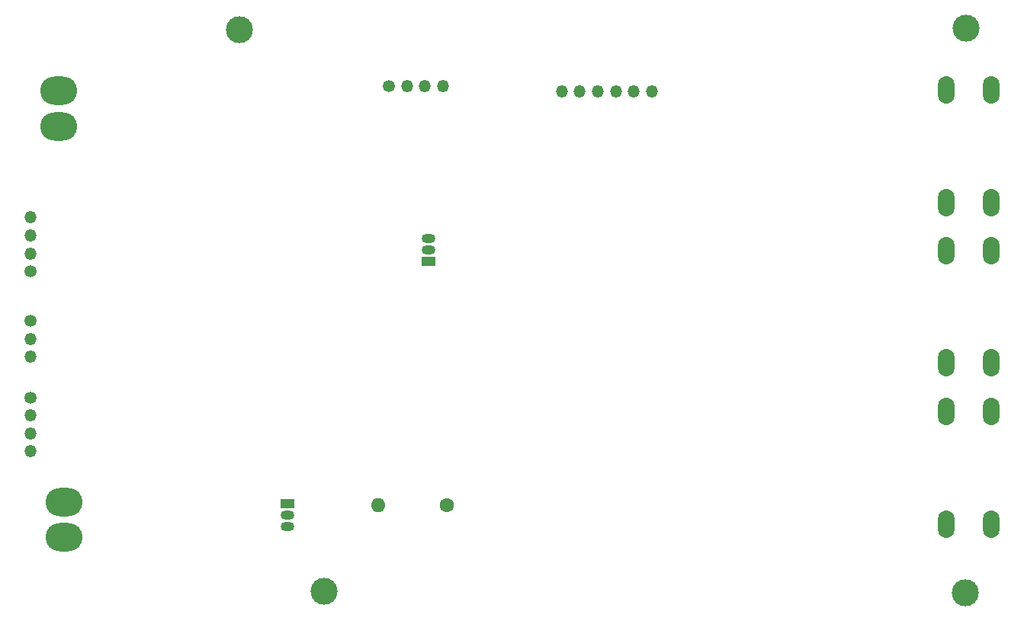
<source format=gbr>
%TF.GenerationSoftware,KiCad,Pcbnew,(6.0.7-1)-1*%
%TF.CreationDate,2022-11-01T11:46:41-04:00*%
%TF.ProjectId,Kool Keg,4b6f6f6c-204b-4656-972e-6b696361645f,rev?*%
%TF.SameCoordinates,Original*%
%TF.FileFunction,Soldermask,Bot*%
%TF.FilePolarity,Negative*%
%FSLAX46Y46*%
G04 Gerber Fmt 4.6, Leading zero omitted, Abs format (unit mm)*
G04 Created by KiCad (PCBNEW (6.0.7-1)-1) date 2022-11-01 11:46:41*
%MOMM*%
%LPD*%
G01*
G04 APERTURE LIST*
%ADD10C,3.000000*%
%ADD11C,1.350000*%
%ADD12O,1.350000X1.350000*%
%ADD13O,4.100000X3.160000*%
%ADD14C,1.600000*%
%ADD15O,1.600000X1.600000*%
%ADD16O,1.850000X3.048000*%
%ADD17R,1.500000X1.050000*%
%ADD18O,1.500000X1.050000*%
G04 APERTURE END LIST*
D10*
%TO.C,REF\u002A\u002A*%
X99600000Y-107400000D03*
%TD*%
D11*
%TO.C,J3*%
X67000000Y-85900000D03*
D12*
X67000000Y-87900000D03*
X67000000Y-89900000D03*
X67000000Y-91900000D03*
%TD*%
D13*
%TO.C,J1*%
X70100000Y-55800000D03*
X70100000Y-51840000D03*
%TD*%
D11*
%TO.C,J2*%
X106800000Y-51300000D03*
D12*
X108800000Y-51300000D03*
X110800000Y-51300000D03*
X112800000Y-51300000D03*
%TD*%
D10*
%TO.C,REF\u002A\u002A*%
X170900000Y-44900000D03*
%TD*%
D14*
%TO.C,D4*%
X113210000Y-97900000D03*
D15*
X105590000Y-97900000D03*
%TD*%
D16*
%TO.C,SW1*%
X173700000Y-64260000D03*
X173700000Y-51760000D03*
X168700000Y-64260000D03*
X168700000Y-51760000D03*
%TD*%
D11*
%TO.C,J7*%
X67000000Y-71900000D03*
D12*
X67000000Y-69900000D03*
X67000000Y-67900000D03*
X67000000Y-65900000D03*
%TD*%
%TO.C,J5*%
X136000000Y-51900000D03*
X134000000Y-51900000D03*
X132000000Y-51900000D03*
X130000000Y-51900000D03*
X128000000Y-51900000D03*
X126000000Y-51900000D03*
%TD*%
D16*
%TO.C,SW3*%
X173700000Y-99960000D03*
X173700000Y-87460000D03*
X168700000Y-99960000D03*
X168700000Y-87460000D03*
%TD*%
%TO.C,SW2*%
X173700000Y-82060000D03*
X173700000Y-69560000D03*
X168700000Y-69560000D03*
X168700000Y-82060000D03*
%TD*%
D10*
%TO.C,REF\u002A\u002A*%
X170800000Y-107600000D03*
%TD*%
D11*
%TO.C,J4*%
X67000000Y-77400000D03*
D12*
X67000000Y-79400000D03*
X67000000Y-81400000D03*
%TD*%
D13*
%TO.C,J6*%
X70700000Y-97500000D03*
X70700000Y-101460000D03*
%TD*%
D17*
%TO.C,Q1*%
X111160000Y-70770000D03*
D18*
X111160000Y-69500000D03*
X111160000Y-68230000D03*
%TD*%
D17*
%TO.C,Q2*%
X95500000Y-97700000D03*
D18*
X95500000Y-98970000D03*
X95500000Y-100240000D03*
%TD*%
D10*
%TO.C,REF\u002A\u002A*%
X90200000Y-45000000D03*
%TD*%
M02*

</source>
